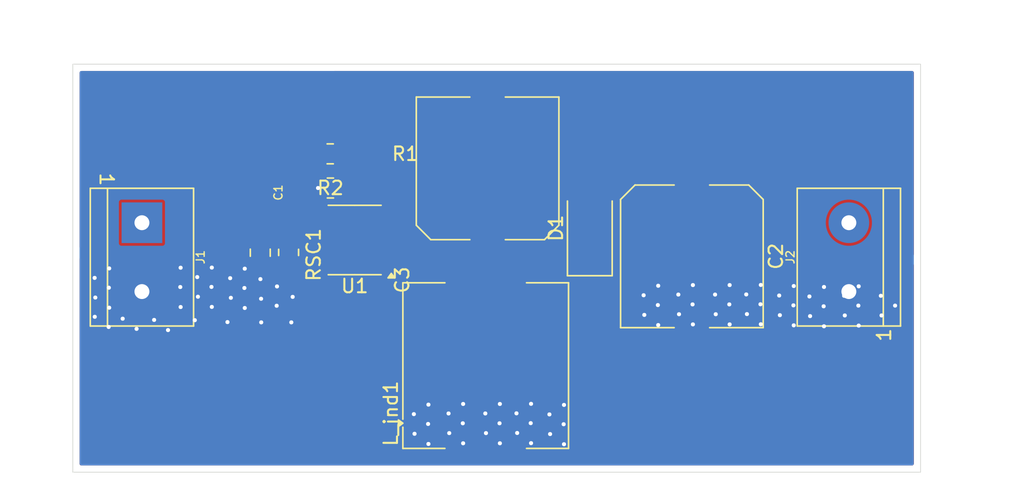
<source format=kicad_pcb>
(kicad_pcb (version 20241229) (generator "pcbnew") (generator_version "9.0")
  (layers (0 "F.Cu" signal) (2 "B.Cu" signal) (13 "F.Paste" user) (15 "B.Paste" user) (5 "F.SilkS" user "F.Silkscreen") (7 "B.SilkS" user "B.Silkscreen") (1 "F.Mask" user) (3 "B.Mask" user) (25 "Edge.Cuts" user))
  (net 0 "")
  (net 1 "GND")
  (net 2 "/V_in")
  (net 3 "/V_out")
  (net 4 "Net-(U1-TC)")
  (net 5 "/V_ind")
  (net 6 "/V_volt_divider")
  (net 7 "/V_in_after_Rsc")
  (footprint "Package_SO:SOIC-8_3.9x4.9mm_P1.27mm" (layer "F.Cu") (at 111.665 126.735 180)
    (property "Reference" "U1" (at 0 -3.4 0) (layer "F.SilkS"))
    (property "Value" "MC33063AD")
    (fp_line (start 0 2.56) (end 1.95 2.56) (stroke (width 0.12)) (layer "F.SilkS"))
    (fp_line (start 0 2.56) (end -1.95 2.56) (stroke (width 0.12)) (layer "F.SilkS"))
    (fp_line (start 0 -2.56) (end 1.95 -2.56) (stroke (width 0.12)) (layer "F.SilkS"))
    (fp_line (start 0 -2.56) (end -1.95 -2.56) (stroke (width 0.12)) (layer "F.SilkS"))
    (fp_poly (pts (xy -2.7 -2.465) (xy -2.94 -2.795) (xy -2.46 -2.795)) (stroke (width 0.12)) (fill yes) (layer "F.SilkS"))
    (pad "1" smd roundrect (at -2.475 -1.905 180) (size 1.95 0.6) (layers "F.Cu" "F.Mask" "F.Paste") (net 7 "/V_in_after_Rsc"))
    (pad "2" smd roundrect (at -2.475 -0.635 180) (size 1.95 0.6) (layers "F.Cu" "F.Mask" "F.Paste") (net 5 "/V_ind"))
    (pad "3" smd roundrect (at -2.475 0.635 180) (size 1.95 0.6) (layers "F.Cu" "F.Mask" "F.Paste") (net 4 "Net-(U1-TC)"))
    (pad "4" smd roundrect (at -2.475 1.905 180) (size 1.95 0.6) (layers "F.Cu" "F.Mask" "F.Paste") (net 3 "/V_out"))
    (pad "5" smd roundrect (at 2.475 1.905 180) (size 1.95 0.6) (layers "F.Cu" "F.Mask" "F.Paste") (net 6 "/V_volt_divider"))
    (pad "6" smd roundrect (at 2.475 0.635 180) (size 1.95 0.6) (layers "F.Cu" "F.Mask" "F.Paste") (net 2 "/V_in"))
    (pad "7" smd roundrect (at 2.475 -0.635 180) (size 1.95 0.6) (layers "F.Cu" "F.Mask" "F.Paste") (net 7 "/V_in_after_Rsc"))
    (pad "8" smd roundrect (at 2.475 -1.905 180) (size 1.95 0.6) (layers "F.Cu" "F.Mask" "F.Paste") (net 7 "/V_in_after_Rsc"))
  )
  (footprint "Capacitor_SMD:C_Elec_10x10.2" (layer "F.Cu") (at 121.47 121.45 90)
    (property "Reference" "C3" (at -8.2325 -6.3 90) (layer "F.SilkS"))
    (property "Value" "1.8n")
    (fp_line (start 5.26 -5.26) (end 5.26 -1.31) (stroke (width 0.12)) (layer "F.SilkS"))
    (fp_line (start -4.195563 -5.26) (end 5.26 -5.26) (stroke (width 0.12)) (layer "F.SilkS"))
    (fp_line (start -5.26 -4.195563) (end -4.195563 -5.26) (stroke (width 0.12)) (layer "F.SilkS"))
    (fp_line (start -5.26 -4.195563) (end -5.26 -1.31) (stroke (width 0.12)) (layer "F.SilkS"))
    (fp_line (start -5.26 4.195563) (end -5.26 1.31) (stroke (width 0.12)) (layer "F.SilkS"))
    (fp_line (start -5.26 4.195563) (end -4.195563 5.26) (stroke (width 0.12)) (layer "F.SilkS"))
    (fp_line (start 5.26 5.26) (end 5.26 1.31) (stroke (width 0.12)) (layer "F.SilkS"))
    (fp_line (start -4.195563 5.26) (end 5.26 5.26) (stroke (width 0.12)) (layer "F.SilkS"))
    (pad "1" smd roundrect (at -4.4 0 90) (size 4.6 2.1) (layers "F.Cu" "F.Mask" "F.Paste") (roundrect_rratio 0.119048) (net 4 "Net-(U1-TC)"))
    (pad "2" smd roundrect (at 4.4 0 90) (size 4.6 2.1) (layers "F.Cu" "F.Mask" "F.Paste") (roundrect_rratio 0.119048) (net 3 "/V_out"))
  )
  (footprint "Inductor_SMD:L_Coilcraft_MSS1260H-XXX" (layer "F.Cu") (at 121.33 136 90)
    (property "Reference" "L_ind1" (at -3.5325 -7 90) (layer "F.SilkS"))
    (property "Value" "0.18m")
    (fp_line (start 6.11 -6.11) (end 6.11 -3.01) (stroke (width 0.12)) (layer "F.SilkS"))
    (fp_line (start -3.953 -6.11) (end 6.11 -6.11) (stroke (width 0.12)) (layer "F.SilkS"))
    (fp_line (start -6.11 -6.11) (end -4.547 -6.11) (stroke (width 0.12)) (layer "F.SilkS"))
    (fp_line (start -6.11 -3.01) (end -6.11 -6.11) (stroke (width 0.12)) (layer "F.SilkS"))
    (fp_line (start 6.11 3.01) (end 6.11 6.11) (stroke (width 0.12)) (layer "F.SilkS"))
    (fp_line (start 6.11 6.11) (end -6.11 6.11) (stroke (width 0.12)) (layer "F.SilkS"))
    (fp_line (start -6.11 6.11) (end -6.11 3.01) (stroke (width 0.12)) (layer "F.SilkS"))
    (fp_poly (pts (xy -4.25 -6.11) (xy -4.49 -6.44) (xy -4.01 -6.44)) (stroke (width 0.12)) (fill yes) (layer "F.SilkS"))
    (pad "1" smd roundrect (at -4.25 0 90) (size 4 5.5) (layers "F.Cu" "F.Mask" "F.Paste") (roundrect_rratio 0.0625) (net 1 "GND"))
    (pad "2" smd roundrect (at 4.25 0 90) (size 4 5.5) (layers "F.Cu" "F.Mask" "F.Paste") (roundrect_rratio 0.0625) (net 5 "/V_ind"))
  )
  (footprint "rsx_headers_screw:Molex_0398800302" (layer "F.Cu") (at 95.97 125.46 -90)
    (property "Reference" "J1" (at 2.54 -4.318 90) (layer "F.SilkS") (effects (font (size 0.6 0.6) (thickness 0.1))))
    (property "Value" "Screw_Terminal_2x5.08")
    (fp_line (start -2.54 3.81) (end 7.62 3.81) (stroke (width 0.12)) (layer "F.SilkS"))
    (fp_line (start 7.62 3.81) (end 7.62 -3.81) (stroke (width 0.12)) (layer "F.SilkS"))
    (fp_line (start 7.62 2.54) (end -2.54 2.54) (stroke (width 0.12)) (layer "F.SilkS"))
    (fp_line (start -2.54 -3.81) (end -2.54 3.81) (stroke (width 0.12)) (layer "F.SilkS"))
    (fp_line (start 7.62 -3.81) (end -2.54 -3.81) (stroke (width 0.12)) (layer "F.SilkS"))
    (fp_text user "1" (at -3.2 2.6 270) (layer "F.SilkS"))
    (pad "1" thru_hole rect (at 0 0 270) (size 3 3) (drill 1.1) (layers "*.Cu" "*.Mask") (net 2 "/V_in"))
    (pad "2" thru_hole circle (at 5.08 0 270) (size 3 3) (drill 1.1) (layers "*.Cu" "*.Mask") (net 1 "GND"))
  )
  (footprint "Diode_SMD:D_SMA" (layer "F.Cu") (at 129.01 125.86 90)
    (property "Reference" "D1" (at 0 -2.5 90) (layer "F.SilkS"))
    (property "Value" "D_Schottky")
    (fp_line (start -3.51 -1.65) (end 2 -1.65) (stroke (width 0.12)) (layer "F.SilkS"))
    (fp_line (start -3.51 -1.65) (end -3.51 1.65) (stroke (width 0.12)) (layer "F.SilkS"))
    (fp_line (start -3.51 1.65) (end 2 1.65) (stroke (width 0.12)) (layer "F.SilkS"))
    (pad "1" smd roundrect (at -2 0 90) (size 2.5 1.8) (layers "F.Cu" "F.Mask" "F.Paste") (roundrect_rratio 0.1388888889) (net 5 "/V_ind"))
    (pad "2" smd roundrect (at 2 0 90) (size 2.5 1.8) (layers "F.Cu" "F.Mask" "F.Paste") (roundrect_rratio 0.1388888889) (net 3 "/V_out"))
  )
  (footprint "Capacitor_SMD:C_Elec_10x10.2" (layer "F.Cu") (at 136.54 127.94 -90)
    (property "Reference" "C2" (at 0 -6.2 90) (layer "F.SilkS"))
    (property "Value" "0.36m")
    (fp_line (start -4.195563 5.26) (end 5.26 5.26) (stroke (width 0.12)) (layer "F.SilkS"))
    (fp_line (start 5.26 5.26) (end 5.26 1.31) (stroke (width 0.12)) (layer "F.SilkS"))
    (fp_line (start -5.26 4.195563) (end -4.195563 5.26) (stroke (width 0.12)) (layer "F.SilkS"))
    (fp_line (start -5.26 4.195563) (end -5.26 1.31) (stroke (width 0.12)) (layer "F.SilkS"))
    (fp_line (start -5.26 -4.195563) (end -5.26 -1.31) (stroke (width 0.12)) (layer "F.SilkS"))
    (fp_line (start -5.26 -4.195563) (end -4.195563 -5.26) (stroke (width 0.12)) (layer "F.SilkS"))
    (fp_line (start -4.195563 -5.26) (end 5.26 -5.26) (stroke (width 0.12)) (layer "F.SilkS"))
    (fp_line (start 5.26 -5.26) (end 5.26 -1.31) (stroke (width 0.12)) (layer "F.SilkS"))
    (pad "1" smd roundrect (at -4.4 0 270) (size 4.6 2.1) (layers "F.Cu" "F.Mask" "F.Paste") (roundrect_rratio 0.119048) (net 3 "/V_out"))
    (pad "2" smd roundrect (at 4.4 0 270) (size 4.6 2.1) (layers "F.Cu" "F.Mask" "F.Paste") (roundrect_rratio 0.119048) (net 1 "GND"))
  )
  (footprint "rsx_resistors:R_0805_2012Metric" (layer "F.Cu") (at 109.875 122.9 180)
    (property "Reference" "R2" (at 0 0 0) (layer "F.SilkS"))
    (property "Value" "900")
    (fp_line (start -0.227064 0.735) (end 0.227064 0.735) (stroke (width 0.12)) (layer "F.SilkS"))
    (fp_line (start -0.227064 -0.735) (end 0.227064 -0.735) (stroke (width 0.12)) (layer "F.SilkS"))
    (pad "1" smd roundrect (at -0.9125 0 180) (size 1.025 1.4) (layers "F.Cu" "F.Mask" "F.Paste") (roundrect_rratio 0.243902) (net 6 "/V_volt_divider"))
    (pad "2" smd roundrect (at 0.9125 0 180) (size 1.025 1.4) (layers "F.Cu" "F.Mask" "F.Paste") (roundrect_rratio 0.243902) (net 1 "GND"))
  )
  (footprint "rsx_resistors:R_0805_2012Metric" (layer "F.Cu") (at 106.79 127.65 -90)
    (property "Reference" "RSC1" (at 0.175 -1.85 90) (layer "F.SilkS"))
    (property "Value" "0.42")
    (fp_line (start -0.227064 0.735) (end 0.227064 0.735) (stroke (width 0.12)) (layer "F.SilkS"))
    (fp_line (start -0.227064 -0.735) (end 0.227064 -0.735) (stroke (width 0.12)) (layer "F.SilkS"))
    (pad "1" smd roundrect (at -0.9125 0 270) (size 1.025 1.4) (layers "F.Cu" "F.Mask" "F.Paste") (roundrect_rratio 0.243902) (net 2 "/V_in"))
    (pad "2" smd roundrect (at 0.9125 0 270) (size 1.025 1.4) (layers "F.Cu" "F.Mask" "F.Paste") (roundrect_rratio 0.243902) (net 7 "/V_in_after_Rsc"))
  )
  (footprint "rsx_headers_screw:Molex_0398800302" (layer "F.Cu") (at 148.12 130.54 90)
    (property "Reference" "J2" (at 2.54 -4.318 90) (layer "F.SilkS") (effects (font (size 0.6 0.6) (thickness 0.1))))
    (property "Value" "Screw_Terminal_2x5.08")
    (fp_line (start 7.62 -3.81) (end -2.54 -3.81) (stroke (width 0.12)) (layer "F.SilkS"))
    (fp_line (start -2.54 -3.81) (end -2.54 3.81) (stroke (width 0.12)) (layer "F.SilkS"))
    (fp_line (start 7.62 2.54) (end -2.54 2.54) (stroke (width 0.12)) (layer "F.SilkS"))
    (fp_line (start 7.62 3.81) (end 7.62 -3.81) (stroke (width 0.12)) (layer "F.SilkS"))
    (fp_line (start -2.54 3.81) (end 7.62 3.81) (stroke (width 0.12)) (layer "F.SilkS"))
    (fp_text user "1" (at -3.2 2.6 90) (layer "F.SilkS"))
    (pad "1" thru_hole rect (at 0 0 90) (size 3 3) (drill 1.1) (layers "*.Cu" "*.Mask") (net 1 "GND"))
    (pad "2" thru_hole circle (at 5.08 0 90) (size 3 3) (drill 1.1) (layers "*.Cu" "*.Mask") (net 3 "/V_out"))
  )
  (footprint "rsx_resistors:R_0805_2012Metric" (layer "F.Cu") (at 109.86 120.38 180)
    (property "Reference" "R1" (at -5.5375 0 0) (layer "F.SilkS"))
    (property "Value" "1500")
    (fp_line (start -0.227064 0.735) (end 0.227064 0.735) (stroke (width 0.12)) (layer "F.SilkS"))
    (fp_line (start -0.227064 -0.735) (end 0.227064 -0.735) (stroke (width 0.12)) (layer "F.SilkS"))
    (pad "1" smd roundrect (at -0.9125 0 180) (size 1.025 1.4) (layers "F.Cu" "F.Mask" "F.Paste") (roundrect_rratio 0.243902) (net 3 "/V_out"))
    (pad "2" smd roundrect (at 0.9125 0 180) (size 1.025 1.4) (layers "F.Cu" "F.Mask" "F.Paste") (roundrect_rratio 0.243902) (net 6 "/V_volt_divider"))
  )
  (footprint "rsx_capacitors:C_0805_2012Metric" (layer "F.Cu") (at 104.7 127.67 -90)
    (property "Reference" "C1" (at -4.4325 -1.33 90) (layer "F.SilkS") (effects (font (size 0.6 0.6) (thickness 0.1))))
    (property "Value" "100u" (hide yes))
    (fp_line (start -0.261252 0.735) (end 0.261252 0.735) (stroke (width 0.12)) (layer "F.SilkS"))
    (fp_line (start -0.261252 -0.735) (end 0.261252 -0.735) (stroke (width 0.12)) (layer "F.SilkS"))
    (pad "1" smd roundrect (at -0.95 0 270) (size 1 1.45) (layers "F.Cu" "F.Mask" "F.Paste") (net 2 "/V_in"))
    (pad "2" smd roundrect (at 0.95 0 270) (size 1 1.45) (layers "F.Cu" "F.Mask" "F.Paste") (net 1 "GND"))
  )
  (gr_line (start 114.09 124.765) (end 114.265 124.79) (stroke (width 0.2)) (layer "F.Cu") (net 3))
  (gr_line (start 114.265 124.79) (end 114.09 124.765) (stroke (width 0.2)) (layer "F.Cu") (net 3))
  (gr_rect (start 90.87 113.765) (end 153.41 143.865) (stroke (width 0.05)) (fill no) (layer "Edge.Cuts"))
  (via (at 134.03 131.535) (size 0.6) (drill 0.3) (layers "F.Cu" "B.Cu") (net 1))
  (via (at 102.53 131) (size 0.6) (drill 0.3) (layers "F.Cu" "B.Cu") (net 1))
  (via (at 102.28 132.79) (size 0.6) (drill 0.3) (layers "F.Cu" "B.Cu") (net 1))
  (via (at 122.375 141.73) (size 0.6) (drill 0.3) (layers "F.Cu" "B.Cu") (net 1))
  (via (at 141.6 131.475) (size 0.6) (drill 0.3) (layers "F.Cu" "B.Cu") (net 1))
  (via (at 117.08 140.305) (size 0.6) (drill 0.3) (layers "F.Cu" "B.Cu") (net 1))
  (via (at 103.555 131.75) (size 0.6) (drill 0.3) (layers "F.Cu" "B.Cu") (net 1))
  (via (at 143.03 132.28) (size 0.6) (drill 0.3) (layers "F.Cu" "B.Cu") (net 1))
  (via (at 94.55 132.54) (size 0.6) (drill 0.3) (layers "F.Cu" "B.Cu") (net 1))
  (via (at 118.64 140.98) (size 0.6) (drill 0.3) (layers "F.Cu" "B.Cu") (net 1))
  (via (at 118.59 139.53) (size 0.6) (drill 0.3) (layers "F.Cu" "B.Cu") (net 1))
  (via (at 133.03 132.26) (size 0.6) (drill 0.3) (layers "F.Cu" "B.Cu") (net 1))
  (via (at 150.48 130.85) (size 0.6) (drill 0.3) (layers "F.Cu" "B.Cu") (net 1))
  (via (at 98.825 128.78) (size 0.6) (drill 0.3) (layers "F.Cu" "B.Cu") (net 1))
  (via (at 93.53 130.255) (size 0.6) (drill 0.3) (layers "F.Cu" "B.Cu") (net 1))
  (via (at 124.65 140.245) (size 0.6) (drill 0.3) (layers "F.Cu" "B.Cu") (net 1))
  (via (at 117.105 138.88) (size 0.6) (drill 0.3) (layers "F.Cu" "B.Cu") (net 1))
  (via (at 93.515 133.15) (size 0.6) (drill 0.3) (layers "F.Cu" "B.Cu") (net 1))
  (via (at 136.615 132.96) (size 0.6) (drill 0.3) (layers "F.Cu" "B.Cu") (net 1))
  (via (at 103.53 130.275) (size 0.6) (drill 0.3) (layers "F.Cu" "B.Cu") (net 1))
  (via (at 146.26 131.625) (size 0.6) (drill 0.3) (layers "F.Cu" "B.Cu") (net 1))
  (via (at 100.1 130.92) (size 0.6) (drill 0.3) (layers "F.Cu" "B.Cu") (net 1))
  (via (at 108.9625 122.9) (size 0.6) (drill 0.3) (layers "F.Cu" "B.Cu") (net 1))
  (via (at 104.77 132.81) (size 0.6) (drill 0.3) (layers "F.Cu" "B.Cu") (net 1))
  (via (at 147.82 132.3) (size 0.6) (drill 0.3) (layers "F.Cu" "B.Cu") (net 1))
  (via (at 102.48 129.55) (size 0.6) (drill 0.3) (layers "F.Cu" "B.Cu") (net 1))
  (via (at 116.03 139.58) (size 0.6) (drill 0.3) (layers "F.Cu" "B.Cu") (net 1))
  (via (at 105.91 131.585) (size 0.6) (drill 0.3) (layers "F.Cu" "B.Cu") (net 1))
  (via (at 146.285 133.1) (size 0.6) (drill 0.3) (layers "F.Cu" "B.Cu") (net 1))
  (via (at 136.59 131.485) (size 0.6) (drill 0.3) (layers "F.Cu" "B.Cu") (net 1))
  (via (at 98.8 130.205) (size 0.6) (drill 0.3) (layers "F.Cu" "B.Cu") (net 1))
  (via (at 145.26 132.35) (size 0.6) (drill 0.3) (layers "F.Cu" "B.Cu") (net 1))
  (via (at 126.08 141.05) (size 0.6) (drill 0.3) (layers "F.Cu" "B.Cu") (net 1))
  (via (at 141.625 130.05) (size 0.6) (drill 0.3) (layers "F.Cu" "B.Cu") (net 1))
  (via (at 105.935 130.16) (size 0.6) (drill 0.3) (layers "F.Cu" "B.Cu") (net 1))
  (via (at 103.555 128.85) (size 0.6) (drill 0.3) (layers "F.Cu" "B.Cu") (net 1))
  (via (at 151.53 131.575) (size 0.6) (drill 0.3) (layers "F.Cu" "B.Cu") (net 1))
  (via (at 104.71 129.62) (size 0.6) (drill 0.3) (layers "F.Cu" "B.Cu") (net 1))
  (via (at 127.105 138.9) (size 0.6) (drill 0.3) (layers "F.Cu" "B.Cu") (net 1))
  (via (at 136.615 130.06) (size 0.6) (drill 0.3) (layers "F.Cu" "B.Cu") (net 1))
  (via (at 104.76 131.07) (size 0.6) (drill 0.3) (layers "F.Cu" "B.Cu") (net 1))
  (via (at 101.125 131.67) (size 0.6) (drill 0.3) (layers "F.Cu" "B.Cu") (net 1))
  (via (at 132.98 130.81) (size 0.6) (drill 0.3) (layers "F.Cu" "B.Cu") (net 1))
  (via (at 122.35 140.255) (size 0.6) (drill 0.3) (layers "F.Cu" "B.Cu") (net 1))
  (via (at 119.64 140.255) (size 0.6) (drill 0.3) (layers "F.Cu" "B.Cu") (net 1))
  (via (at 138.3 132.21) (size 0.6) (drill 0.3) (layers "F.Cu" "B.Cu") (net 1))
  (via (at 101.1 130.195) (size 0.6) (drill 0.3) (layers "F.Cu" "B.Cu") (net 1))
  (via (at 150.53 132.3) (size 0.6) (drill 0.3) (layers "F.Cu" "B.Cu") (net 1))
  (via (at 119.665 141.73) (size 0.6) (drill 0.3) (layers "F.Cu" "B.Cu") (net 1))
  (via (at 123.65 140.97) (size 0.6) (drill 0.3) (layers "F.Cu" "B.Cu") (net 1))
  (via (at 92.53 130.98) (size 0.6) (drill 0.3) (layers "F.Cu" "B.Cu") (net 1))
  (via (at 123.6 139.52) (size 0.6) (drill 0.3) (layers "F.Cu" "B.Cu") (net 1))
  (via (at 140.55 130.75) (size 0.6) (drill 0.3) (layers "F.Cu" "B.Cu") (net 1))
  (via (at 93.555 131.73) (size 0.6) (drill 0.3) (layers "F.Cu" "B.Cu") (net 1))
  (via (at 141.625 132.95) (size 0.6) (drill 0.3) (layers "F.Cu" "B.Cu") (net 1))
  (via (at 117.105 141.78) (size 0.6) (drill 0.3) (layers "F.Cu" "B.Cu") (net 1))
  (via (at 92.48 129.53) (size 0.6) (drill 0.3) (layers "F.Cu" "B.Cu") (net 1))
  (via (at 92.49 132.4) (size 0.6) (drill 0.3) (layers "F.Cu" "B.Cu") (net 1))
  (via (at 134.055 133.01) (size 0.6) (drill 0.3) (layers "F.Cu" "B.Cu") (net 1))
  (via (at 148.845 133.05) (size 0.6) (drill 0.3) (layers "F.Cu" "B.Cu") (net 1))
  (via (at 142.98 130.83) (size 0.6) (drill 0.3) (layers "F.Cu" "B.Cu") (net 1))
  (via (at 97.895 133.38) (size 0.6) (drill 0.3) (layers "F.Cu" "B.Cu") (net 1))
  (via (at 107.09 130.93) (size 0.6) (drill 0.3) (layers "F.Cu" "B.Cu") (net 1))
  (via (at 138.25 130.76) (size 0.6) (drill 0.3) (layers "F.Cu" "B.Cu") (net 1))
  (via (at 148.82 131.575) (size 0.6) (drill 0.3) (layers "F.Cu" "B.Cu") (net 1))
  (via (at 139.325 130.06) (size 0.6) (drill 0.3) (layers "F.Cu" "B.Cu") (net 1))
  (via (at 144.055 133.03) (size 0.6) (drill 0.3) (layers "F.Cu" "B.Cu") (net 1))
  (via (at 95.575 133.29) (size 0.6) (drill 0.3) (layers "F.Cu" "B.Cu") (net 1))
  (via (at 124.675 141.72) (size 0.6) (drill 0.3) (layers "F.Cu" "B.Cu") (net 1))
  (via (at 121.35 140.98) (size 0.6) (drill 0.3) (layers "F.Cu" "B.Cu") (net 1))
  (via (at 126.03 139.6) (size 0.6) (drill 0.3) (layers "F.Cu" "B.Cu") (net 1))
  (via (at 100.05 129.47) (size 0.6) (drill 0.3) (layers "F.Cu" "B.Cu") (net 1))
  (via (at 148.845 130.15) (size 0.6) (drill 0.3) (layers "F.Cu" "B.Cu") (net 1))
  (via (at 140.6 132.2) (size 0.6) (drill 0.3) (layers "F.Cu" "B.Cu") (net 1))
  (via (at 96.87 132.63) (size 0.6) (drill 0.3) (layers "F.Cu" "B.Cu") (net 1))
  (via (at 144.055 130.13) (size 0.6) (drill 0.3) (layers "F.Cu" "B.Cu") (net 1))
  (via (at 139.3 131.485) (size 0.6) (drill 0.3) (layers "F.Cu" "B.Cu") (net 1))
  (via (at 122.375 138.83) (size 0.6) (drill 0.3) (layers "F.Cu" "B.Cu") (net 1))
  (via (at 146.285 130.2) (size 0.6) (drill 0.3) (layers "F.Cu" "B.Cu") (net 1))
  (via (at 144.03 131.555) (size 0.6) (drill 0.3) (layers "F.Cu" "B.Cu") (net 1))
  (via (at 116.08 141.03) (size 0.6) (drill 0.3) (layers "F.Cu" "B.Cu") (net 1))
  (via (at 93.555 128.83) (size 0.6) (drill 0.3) (layers "F.Cu" "B.Cu") (net 1))
  (via (at 145.21 130.9) (size 0.6) (drill 0.3) (layers "F.Cu" "B.Cu") (net 1))
  (via (at 106.99 132.81) (size 0.6) (drill 0.3) (layers "F.Cu" "B.Cu") (net 1))
  (via (at 127.08 140.325) (size 0.6) (drill 0.3) (layers "F.Cu" "B.Cu") (net 1))
  (via (at 127.105 141.8) (size 0.6) (drill 0.3) (layers "F.Cu" "B.Cu") (net 1))
  (via (at 98.825 131.68) (size 0.6) (drill 0.3) (layers "F.Cu" "B.Cu") (net 1))
  (via (at 135.59 132.21) (size 0.6) (drill 0.3) (layers "F.Cu" "B.Cu") (net 1))
  (via (at 139.325 132.96) (size 0.6) (drill 0.3) (layers "F.Cu" "B.Cu") (net 1))
  (via (at 99.87 132.65) (size 0.6) (drill 0.3) (layers "F.Cu" "B.Cu") (net 1))
  (via (at 101.125 128.77) (size 0.6) (drill 0.3) (layers "F.Cu" "B.Cu") (net 1))
  (via (at 135.54 130.76) (size 0.6) (drill 0.3) (layers "F.Cu" "B.Cu") (net 1))
  (via (at 119.665 138.83) (size 0.6) (drill 0.3) (layers "F.Cu" "B.Cu") (net 1))
  (via (at 124.675 138.82) (size 0.6) (drill 0.3) (layers "F.Cu" "B.Cu") (net 1))
  (via (at 121.3 139.53) (size 0.6) (drill 0.3) (layers "F.Cu" "B.Cu") (net 1))
  (via (at 134.055 130.11) (size 0.6) (drill 0.3) (layers "F.Cu" "B.Cu") (net 1))
  (via (at 147.77 130.85) (size 0.6) (drill 0.3) (layers "F.Cu" "B.Cu") (net 1))
  (segment (start 110.7875 122.7125) (end 108.945 120.87) (width 0.2) (layer "F.Cu") (net 6))
  (segment (start 110.7875 123.2325) (end 110.7875 122.9) (width 0.2) (layer "F.Cu") (net 6))
  (segment (start 110.7875 122.9) (end 110.7875 122.7125) (width 0.2) (layer "F.Cu") (net 6))
  (segment (start 109.19 124.83) (end 110.7875 123.2325) (width 0.2) (layer "F.Cu") (net 6))
  (segment (start 109.1125 128.5625) (end 109.19 128.64) (width 0.2) (layer "F.Cu") (net 7))
  (segment (start 109.19 127.37) (end 109.19 128.64) (width 0.2) (layer "F.Cu") (net 7))
  (segment (start 106.79 128.5625) (end 109.1125 128.5625) (width 0.2) (layer "F.Cu") (net 7))
  (segment (start 114.14 128.64) (end 109.19 128.64) (width 0.2) (layer "F.Cu") (net 7))
  (zone (net 2) (net_name "/V_in") (layer "F.Cu") (connect_pads yes (clearance 0)) (min_thickness 0.25) (fill yes (thermal_gap 0.5) (thermal_bridge_width 0.5))
    (polygon (pts (xy 104.7 127.67) (xy 106.79 127.65) (xy 107.32 127.65) (xy 108.32 126.65) (xy 110.26 126.65) (xy 110.39 126.52) (xy 110.39 125.71) (xy 110.24 125.56) (xy 108.06 125.56) (xy 107.59 125.09) (xy 107.59 114.94) (xy 106.71 114.06) (xy 91.69 114.06) (xy 91.05 114.7) (xy 91.05 126.95) (xy 91.77 127.67)))
  )
  (zone (net 4) (net_name "Net-(U1-TC)") (layer "F.Cu") (priority 2) (connect_pads yes (clearance 0)) (min_thickness 0.25) (fill yes (thermal_gap 0.5) (thermal_bridge_width 0.5))
    (polygon (pts (xy 112.99 126.06) (xy 112.99 125.6) (xy 115.12 125.6) (xy 117.76 122.96) (xy 124.5 122.96) (xy 126.96 125.42) (xy 126.97 125.42) (xy 126.97 128.26) (xy 126.77 128.46) (xy 118.79 128.46) (xy 116.81 126.48) (xy 112.99 126.48) (xy 112.98 126.47) (xy 112.98 126.06)))
  )
  (zone (net 3) (net_name "/V_out") (layer "F.Cu") (priority 3) (connect_pads yes (clearance 0)) (min_thickness 0.25) (fill yes (thermal_gap 0.5) (thermal_bridge_width 0.5))
    (polygon (pts (xy 117.65 122.69) (xy 124.61 122.69) (xy 127.3 125.38) (xy 127.3 125.4) (xy 127.3 125.42) (xy 131.05 125.42) (xy 131.978674 125.42) (xy 131.98908 127.9) (xy 139.110372 127.9) (xy 153.37 127.92) (xy 153.4 124.22) (xy 153.47 121.54) (xy 153.47 113.79) (xy 110.58 113.79) (xy 109.8575 114.5125) (xy 109.8575 121.33) (xy 110.4375 121.91) (xy 111.63 121.91) (xy 113.04 123.32) (xy 113.04 125.1) (xy 113.22 125.28) (xy 115.06 125.28)))
  )
  (zone (net 1) (net_name "GND") (layer "F.Cu") (priority 6) (connect_pads yes (clearance 0)) (min_thickness 0.25) (fill yes (thermal_gap 0.5) (thermal_bridge_width 0.5))
    (polygon (pts (xy 131.92 128.52573) (xy 131.97 128.52573) (xy 132.075 134.75) (xy 130.125 136.7) (xy 115.5 136.7) (xy 114.6 135.8) (xy 114.6 129.85) (xy 114.625 129.825) (xy 114.225 129.425) (xy 105.9 129.425) (xy 105.7 129.225) (xy 105.7 128.2) (xy 105.525 128.025) (xy 91.15 128.025) (xy 91 128.175) (xy 91 144.575) (xy 152.925 144.575) (xy 152.975 144.525) (xy 152.975 128.464131) (xy 152.975 128.464131)))
  )
  (zone (net 5) (net_name "/V_ind") (layer "F.Cu") (priority 4) (connect_pads yes (clearance 0)) (min_thickness 0.25) (fill yes (thermal_gap 0.5) (thermal_bridge_width 0.5))
    (polygon (pts (xy 112.97 126.86) (xy 113.14 126.69) (xy 116.7 126.69) (xy 118.71 128.7) (xy 126.82 128.7) (xy 127.19 128.33) (xy 127.19 126.02) (xy 127.56 125.65) (xy 131.35 125.65) (xy 131.56 125.86) (xy 131.56 134.55) (xy 129.89 136.22) (xy 116.16 136.22) (xy 115.37 135.43) (xy 115.37 128.2) (xy 115.13 127.96) (xy 113.14 127.96) (xy 112.97 127.79) (xy 112.97 127.36)))
  )
  (zone (net 1) (net_name "GND") (layer "B.Cu") (priority 1) (connect_pads yes (clearance 0)) (min_thickness 0.25) (fill yes (thermal_gap 0.5) (thermal_bridge_width 0.5))
    (polygon (pts (xy 85.56 109.03) (xy 160.94 109.03) (xy 161.06 109.15) (xy 161.06 145.48) (xy 86.33 145.48) (xy 85.5 144.65) (xy 85.5 109.09)))
  )
)
</source>
